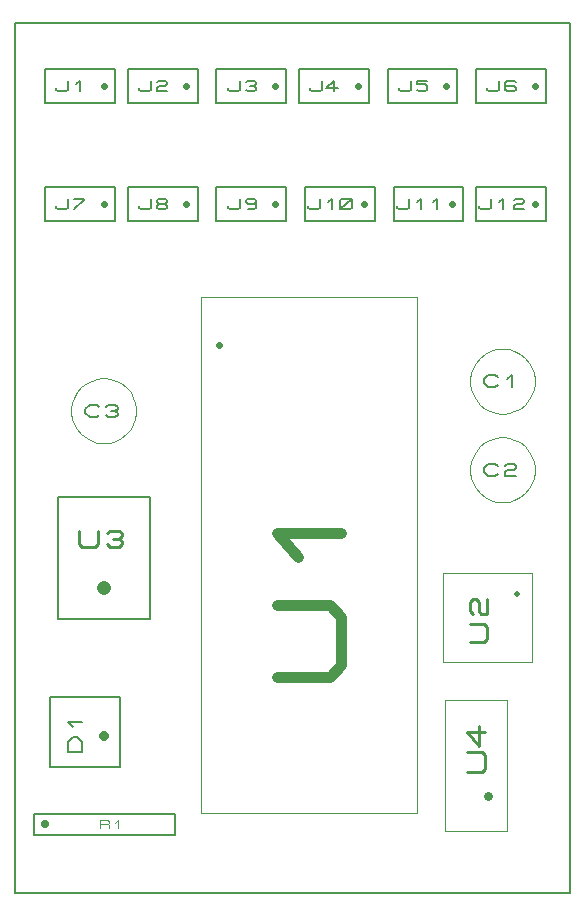
<source format=gbr>
G04 PROTEUS RS274X GERBER FILE*
%FSLAX45Y45*%
%MOMM*%
G01*
%ADD41C,0.050000*%
%ADD42C,0.604000*%
%ADD43C,0.903560*%
%ADD72C,0.152400*%
%ADD44C,0.558800*%
%ADD25C,0.203200*%
%ADD45C,1.219200*%
%ADD46C,0.229610*%
%ADD47C,0.711200*%
%ADD48C,0.110230*%
%ADD49C,0.174660*%
%ADD50C,0.523240*%
%ADD51C,0.235150*%
%ADD52C,0.776000*%
%ADD53C,0.249790*%
%ADD54C,0.812800*%
%ADD55C,0.190500*%
D41*
X+6574000Y+7712000D02*
X+8402000Y+7712000D01*
X+8402000Y+3344000D01*
X+6574000Y+3344000D01*
X+6574000Y+7712000D01*
D42*
X+6726000Y+7306000D02*
X+6726000Y+7306000D01*
D43*
X+7216930Y+4495442D02*
X+7668713Y+4495442D01*
X+7759069Y+4597093D01*
X+7759069Y+5003697D01*
X+7668713Y+5105348D01*
X+7216930Y+5105348D01*
X+7397643Y+5511952D02*
X+7216930Y+5715254D01*
X+7759069Y+5715254D01*
D72*
X+5254750Y+9644780D02*
X+5254750Y+9355220D01*
X+5845250Y+9355220D01*
X+5845250Y+9644780D01*
X+5254750Y+9644780D01*
X+5254750Y+9355220D01*
X+5845250Y+9355220D01*
X+5845250Y+9644780D01*
X+5254750Y+9644780D01*
D44*
X+5750000Y+9500000D02*
X+5750000Y+9500000D01*
D72*
X+5348213Y+9484846D02*
X+5348213Y+9469692D01*
X+5365260Y+9454539D01*
X+5433451Y+9454539D01*
X+5450499Y+9469692D01*
X+5450499Y+9545460D01*
X+5518690Y+9515153D02*
X+5552786Y+9545460D01*
X+5552786Y+9454539D01*
X+5954750Y+9644780D02*
X+5954750Y+9355220D01*
X+6545250Y+9355220D01*
X+6545250Y+9644780D01*
X+5954750Y+9644780D01*
X+5954750Y+9355220D01*
X+6545250Y+9355220D01*
X+6545250Y+9644780D01*
X+5954750Y+9644780D01*
D44*
X+6450000Y+9500000D02*
X+6450000Y+9500000D01*
D72*
X+6048213Y+9484846D02*
X+6048213Y+9469692D01*
X+6065260Y+9454539D01*
X+6133451Y+9454539D01*
X+6150499Y+9469692D01*
X+6150499Y+9545460D01*
X+6201642Y+9530307D02*
X+6218690Y+9545460D01*
X+6269833Y+9545460D01*
X+6286881Y+9530307D01*
X+6286881Y+9515153D01*
X+6269833Y+9500000D01*
X+6218690Y+9500000D01*
X+6201642Y+9484846D01*
X+6201642Y+9454539D01*
X+6286881Y+9454539D01*
X+6704750Y+9644780D02*
X+6704750Y+9355220D01*
X+7295250Y+9355220D01*
X+7295250Y+9644780D01*
X+6704750Y+9644780D01*
X+6704750Y+9355220D01*
X+7295250Y+9355220D01*
X+7295250Y+9644780D01*
X+6704750Y+9644780D01*
D44*
X+7200000Y+9500000D02*
X+7200000Y+9500000D01*
D72*
X+6798213Y+9484846D02*
X+6798213Y+9469692D01*
X+6815260Y+9454539D01*
X+6883451Y+9454539D01*
X+6900499Y+9469692D01*
X+6900499Y+9545460D01*
X+6951642Y+9530307D02*
X+6968690Y+9545460D01*
X+7019833Y+9545460D01*
X+7036881Y+9530307D01*
X+7036881Y+9515153D01*
X+7019833Y+9500000D01*
X+7036881Y+9484846D01*
X+7036881Y+9469692D01*
X+7019833Y+9454539D01*
X+6968690Y+9454539D01*
X+6951642Y+9469692D01*
X+6985738Y+9500000D02*
X+7019833Y+9500000D01*
X+7404750Y+9644780D02*
X+7404750Y+9355220D01*
X+7995250Y+9355220D01*
X+7995250Y+9644780D01*
X+7404750Y+9644780D01*
X+7404750Y+9355220D01*
X+7995250Y+9355220D01*
X+7995250Y+9644780D01*
X+7404750Y+9644780D01*
D44*
X+7900000Y+9500000D02*
X+7900000Y+9500000D01*
D72*
X+7498213Y+9484846D02*
X+7498213Y+9469692D01*
X+7515260Y+9454539D01*
X+7583451Y+9454539D01*
X+7600499Y+9469692D01*
X+7600499Y+9545460D01*
X+7736881Y+9484846D02*
X+7634595Y+9484846D01*
X+7702786Y+9545460D01*
X+7702786Y+9454539D01*
X+8154750Y+9644780D02*
X+8154750Y+9355220D01*
X+8745250Y+9355220D01*
X+8745250Y+9644780D01*
X+8154750Y+9644780D01*
X+8154750Y+9355220D01*
X+8745250Y+9355220D01*
X+8745250Y+9644780D01*
X+8154750Y+9644780D01*
D44*
X+8650000Y+9500000D02*
X+8650000Y+9500000D01*
D72*
X+8248213Y+9484846D02*
X+8248213Y+9469692D01*
X+8265260Y+9454539D01*
X+8333451Y+9454539D01*
X+8350499Y+9469692D01*
X+8350499Y+9545460D01*
X+8486881Y+9545460D02*
X+8401642Y+9545460D01*
X+8401642Y+9515153D01*
X+8469833Y+9515153D01*
X+8486881Y+9500000D01*
X+8486881Y+9469692D01*
X+8469833Y+9454539D01*
X+8418690Y+9454539D01*
X+8401642Y+9469692D01*
X+8904750Y+9644780D02*
X+8904750Y+9355220D01*
X+9495250Y+9355220D01*
X+9495250Y+9644780D01*
X+8904750Y+9644780D01*
X+8904750Y+9355220D01*
X+9495250Y+9355220D01*
X+9495250Y+9644780D01*
X+8904750Y+9644780D01*
D44*
X+9400000Y+9500000D02*
X+9400000Y+9500000D01*
D72*
X+8998213Y+9484846D02*
X+8998213Y+9469692D01*
X+9015260Y+9454539D01*
X+9083451Y+9454539D01*
X+9100499Y+9469692D01*
X+9100499Y+9545460D01*
X+9236881Y+9530307D02*
X+9219833Y+9545460D01*
X+9168690Y+9545460D01*
X+9151642Y+9530307D01*
X+9151642Y+9469692D01*
X+9168690Y+9454539D01*
X+9219833Y+9454539D01*
X+9236881Y+9469692D01*
X+9236881Y+9484846D01*
X+9219833Y+9500000D01*
X+9151642Y+9500000D01*
X+5254750Y+8644780D02*
X+5254750Y+8355220D01*
X+5845250Y+8355220D01*
X+5845250Y+8644780D01*
X+5254750Y+8644780D01*
X+5254750Y+8355220D01*
X+5845250Y+8355220D01*
X+5845250Y+8644780D01*
X+5254750Y+8644780D01*
D44*
X+5750000Y+8500000D02*
X+5750000Y+8500000D01*
D72*
X+5348213Y+8484846D02*
X+5348213Y+8469692D01*
X+5365260Y+8454539D01*
X+5433451Y+8454539D01*
X+5450499Y+8469692D01*
X+5450499Y+8545460D01*
X+5501642Y+8545460D02*
X+5586881Y+8545460D01*
X+5586881Y+8530307D01*
X+5501642Y+8454539D01*
X+5954750Y+8644780D02*
X+5954750Y+8355220D01*
X+6545250Y+8355220D01*
X+6545250Y+8644780D01*
X+5954750Y+8644780D01*
X+5954750Y+8355220D01*
X+6545250Y+8355220D01*
X+6545250Y+8644780D01*
X+5954750Y+8644780D01*
D44*
X+6450000Y+8500000D02*
X+6450000Y+8500000D01*
D72*
X+6048213Y+8484846D02*
X+6048213Y+8469692D01*
X+6065260Y+8454539D01*
X+6133451Y+8454539D01*
X+6150499Y+8469692D01*
X+6150499Y+8545460D01*
X+6218690Y+8500000D02*
X+6201642Y+8515153D01*
X+6201642Y+8530307D01*
X+6218690Y+8545460D01*
X+6269833Y+8545460D01*
X+6286881Y+8530307D01*
X+6286881Y+8515153D01*
X+6269833Y+8500000D01*
X+6218690Y+8500000D01*
X+6201642Y+8484846D01*
X+6201642Y+8469692D01*
X+6218690Y+8454539D01*
X+6269833Y+8454539D01*
X+6286881Y+8469692D01*
X+6286881Y+8484846D01*
X+6269833Y+8500000D01*
X+6704750Y+8644780D02*
X+6704750Y+8355220D01*
X+7295250Y+8355220D01*
X+7295250Y+8644780D01*
X+6704750Y+8644780D01*
X+6704750Y+8355220D01*
X+7295250Y+8355220D01*
X+7295250Y+8644780D01*
X+6704750Y+8644780D01*
D44*
X+7200000Y+8500000D02*
X+7200000Y+8500000D01*
D72*
X+6798213Y+8484846D02*
X+6798213Y+8469692D01*
X+6815260Y+8454539D01*
X+6883451Y+8454539D01*
X+6900499Y+8469692D01*
X+6900499Y+8545460D01*
X+7036881Y+8515153D02*
X+7019833Y+8500000D01*
X+6968690Y+8500000D01*
X+6951642Y+8515153D01*
X+6951642Y+8530307D01*
X+6968690Y+8545460D01*
X+7019833Y+8545460D01*
X+7036881Y+8530307D01*
X+7036881Y+8469692D01*
X+7019833Y+8454539D01*
X+6968690Y+8454539D01*
X+7454750Y+8644780D02*
X+7454750Y+8355220D01*
X+8045250Y+8355220D01*
X+8045250Y+8644780D01*
X+7454750Y+8644780D01*
X+7454750Y+8355220D01*
X+8045250Y+8355220D01*
X+8045250Y+8644780D01*
X+7454750Y+8644780D01*
D44*
X+7950000Y+8500000D02*
X+7950000Y+8500000D01*
D72*
X+7480022Y+8484846D02*
X+7480022Y+8469692D01*
X+7497069Y+8454539D01*
X+7565260Y+8454539D01*
X+7582308Y+8469692D01*
X+7582308Y+8545460D01*
X+7650499Y+8515153D02*
X+7684595Y+8545460D01*
X+7684595Y+8454539D01*
X+7752786Y+8469692D02*
X+7752786Y+8530307D01*
X+7769833Y+8545460D01*
X+7838024Y+8545460D01*
X+7855072Y+8530307D01*
X+7855072Y+8469692D01*
X+7838024Y+8454539D01*
X+7769833Y+8454539D01*
X+7752786Y+8469692D01*
X+7752786Y+8454539D02*
X+7855072Y+8545460D01*
X+8204750Y+8644780D02*
X+8204750Y+8355220D01*
X+8795250Y+8355220D01*
X+8795250Y+8644780D01*
X+8204750Y+8644780D01*
X+8204750Y+8355220D01*
X+8795250Y+8355220D01*
X+8795250Y+8644780D01*
X+8204750Y+8644780D01*
D44*
X+8700000Y+8500000D02*
X+8700000Y+8500000D01*
D72*
X+8230022Y+8484846D02*
X+8230022Y+8469692D01*
X+8247069Y+8454539D01*
X+8315260Y+8454539D01*
X+8332308Y+8469692D01*
X+8332308Y+8545460D01*
X+8400499Y+8515153D02*
X+8434595Y+8545460D01*
X+8434595Y+8454539D01*
X+8536881Y+8515153D02*
X+8570977Y+8545460D01*
X+8570977Y+8454539D01*
X+8904750Y+8644780D02*
X+8904750Y+8355220D01*
X+9495250Y+8355220D01*
X+9495250Y+8644780D01*
X+8904750Y+8644780D01*
X+8904750Y+8355220D01*
X+9495250Y+8355220D01*
X+9495250Y+8644780D01*
X+8904750Y+8644780D01*
D44*
X+9400000Y+8500000D02*
X+9400000Y+8500000D01*
D72*
X+8930022Y+8484846D02*
X+8930022Y+8469692D01*
X+8947069Y+8454539D01*
X+9015260Y+8454539D01*
X+9032308Y+8469692D01*
X+9032308Y+8545460D01*
X+9100499Y+8515153D02*
X+9134595Y+8545460D01*
X+9134595Y+8454539D01*
X+9219833Y+8530307D02*
X+9236881Y+8545460D01*
X+9288024Y+8545460D01*
X+9305072Y+8530307D01*
X+9305072Y+8515153D01*
X+9288024Y+8500000D01*
X+9236881Y+8500000D01*
X+9219833Y+8484846D01*
X+9219833Y+8454539D01*
X+9305072Y+8454539D01*
D25*
X+5358840Y+4985840D02*
X+6141160Y+4985840D01*
X+6141160Y+6022160D01*
X+5358840Y+6022160D01*
X+5358840Y+4985840D01*
D45*
X+5750000Y+5250000D02*
X+5750000Y+5250000D01*
D46*
X+5543346Y+5735444D02*
X+5543346Y+5620636D01*
X+5569177Y+5597675D01*
X+5672504Y+5597675D01*
X+5698336Y+5620636D01*
X+5698336Y+5735444D01*
X+5775831Y+5712483D02*
X+5801663Y+5735444D01*
X+5879158Y+5735444D01*
X+5904990Y+5712483D01*
X+5904990Y+5689521D01*
X+5879158Y+5666560D01*
X+5904990Y+5643598D01*
X+5904990Y+5620636D01*
X+5879158Y+5597675D01*
X+5801663Y+5597675D01*
X+5775831Y+5620636D01*
X+5827495Y+5666560D02*
X+5879158Y+5666560D01*
D25*
X+5161100Y+3161100D02*
X+6354900Y+3161100D01*
X+6354900Y+3338900D01*
X+5161100Y+3338900D01*
X+5161100Y+3161100D01*
D47*
X+5250000Y+3250000D02*
X+5250000Y+3250000D01*
D48*
X+5721018Y+3216929D02*
X+5721018Y+3283070D01*
X+5783025Y+3283070D01*
X+5795427Y+3272047D01*
X+5795427Y+3261023D01*
X+5783025Y+3250000D01*
X+5721018Y+3250000D01*
X+5783025Y+3250000D02*
X+5795427Y+3238976D01*
X+5795427Y+3216929D01*
X+5845033Y+3261023D02*
X+5869836Y+3283070D01*
X+5869836Y+3216929D01*
D41*
X+9400000Y+7000000D02*
X+9399109Y+7022117D01*
X+9391875Y+7066353D01*
X+9376784Y+7110589D01*
X+9352276Y+7154825D01*
X+9314848Y+7198954D01*
X+9270612Y+7233286D01*
X+9226376Y+7255632D01*
X+9182140Y+7268998D01*
X+9137904Y+7274697D01*
X+9125000Y+7275000D01*
X+8850000Y+7000000D02*
X+8850891Y+7022117D01*
X+8858125Y+7066353D01*
X+8873216Y+7110589D01*
X+8897724Y+7154825D01*
X+8935152Y+7198954D01*
X+8979388Y+7233286D01*
X+9023624Y+7255632D01*
X+9067860Y+7268998D01*
X+9112096Y+7274697D01*
X+9125000Y+7275000D01*
X+8850000Y+7000000D02*
X+8850891Y+6977883D01*
X+8858125Y+6933647D01*
X+8873216Y+6889411D01*
X+8897724Y+6845175D01*
X+8935152Y+6801046D01*
X+8979388Y+6766714D01*
X+9023624Y+6744368D01*
X+9067860Y+6731002D01*
X+9112096Y+6725303D01*
X+9125000Y+6725000D01*
X+9400000Y+7000000D02*
X+9399109Y+6977883D01*
X+9391875Y+6933647D01*
X+9376784Y+6889411D01*
X+9352276Y+6845175D01*
X+9314848Y+6801046D01*
X+9270612Y+6766714D01*
X+9226376Y+6744368D01*
X+9182140Y+6731002D01*
X+9137904Y+6725303D01*
X+9125000Y+6725000D01*
D49*
X+9085699Y+6965066D02*
X+9066049Y+6947599D01*
X+9007098Y+6947599D01*
X+8967798Y+6982533D01*
X+8967798Y+7017467D01*
X+9007098Y+7052401D01*
X+9066049Y+7052401D01*
X+9085699Y+7034934D01*
X+9164300Y+7017467D02*
X+9203601Y+7052401D01*
X+9203601Y+6947599D01*
D41*
X+9400000Y+6250000D02*
X+9399109Y+6272117D01*
X+9391875Y+6316353D01*
X+9376784Y+6360589D01*
X+9352276Y+6404825D01*
X+9314848Y+6448954D01*
X+9270612Y+6483286D01*
X+9226376Y+6505632D01*
X+9182140Y+6518998D01*
X+9137904Y+6524697D01*
X+9125000Y+6525000D01*
X+8850000Y+6250000D02*
X+8850891Y+6272117D01*
X+8858125Y+6316353D01*
X+8873216Y+6360589D01*
X+8897724Y+6404825D01*
X+8935152Y+6448954D01*
X+8979388Y+6483286D01*
X+9023624Y+6505632D01*
X+9067860Y+6518998D01*
X+9112096Y+6524697D01*
X+9125000Y+6525000D01*
X+8850000Y+6250000D02*
X+8850891Y+6227883D01*
X+8858125Y+6183647D01*
X+8873216Y+6139411D01*
X+8897724Y+6095175D01*
X+8935152Y+6051046D01*
X+8979388Y+6016714D01*
X+9023624Y+5994368D01*
X+9067860Y+5981002D01*
X+9112096Y+5975303D01*
X+9125000Y+5975000D01*
X+9400000Y+6250000D02*
X+9399109Y+6227883D01*
X+9391875Y+6183647D01*
X+9376784Y+6139411D01*
X+9352276Y+6095175D01*
X+9314848Y+6051046D01*
X+9270612Y+6016714D01*
X+9226376Y+5994368D01*
X+9182140Y+5981002D01*
X+9137904Y+5975303D01*
X+9125000Y+5975000D01*
D49*
X+9085699Y+6215066D02*
X+9066049Y+6197599D01*
X+9007098Y+6197599D01*
X+8967798Y+6232533D01*
X+8967798Y+6267467D01*
X+9007098Y+6302401D01*
X+9066049Y+6302401D01*
X+9085699Y+6284934D01*
X+9144650Y+6284934D02*
X+9164300Y+6302401D01*
X+9223251Y+6302401D01*
X+9242901Y+6284934D01*
X+9242901Y+6267467D01*
X+9223251Y+6250000D01*
X+9164300Y+6250000D01*
X+9144650Y+6232533D01*
X+9144650Y+6197599D01*
X+9242901Y+6197599D01*
D41*
X+6025000Y+6750000D02*
X+6024109Y+6772117D01*
X+6016875Y+6816353D01*
X+6001784Y+6860589D01*
X+5977276Y+6904825D01*
X+5939848Y+6948954D01*
X+5895612Y+6983286D01*
X+5851376Y+7005632D01*
X+5807140Y+7018998D01*
X+5762904Y+7024697D01*
X+5750000Y+7025000D01*
X+5475000Y+6750000D02*
X+5475891Y+6772117D01*
X+5483125Y+6816353D01*
X+5498216Y+6860589D01*
X+5522724Y+6904825D01*
X+5560152Y+6948954D01*
X+5604388Y+6983286D01*
X+5648624Y+7005632D01*
X+5692860Y+7018998D01*
X+5737096Y+7024697D01*
X+5750000Y+7025000D01*
X+5475000Y+6750000D02*
X+5475891Y+6727883D01*
X+5483125Y+6683647D01*
X+5498216Y+6639411D01*
X+5522724Y+6595175D01*
X+5560152Y+6551046D01*
X+5604388Y+6516714D01*
X+5648624Y+6494368D01*
X+5692860Y+6481002D01*
X+5737096Y+6475303D01*
X+5750000Y+6475000D01*
X+6025000Y+6750000D02*
X+6024109Y+6727883D01*
X+6016875Y+6683647D01*
X+6001784Y+6639411D01*
X+5977276Y+6595175D01*
X+5939848Y+6551046D01*
X+5895612Y+6516714D01*
X+5851376Y+6494368D01*
X+5807140Y+6481002D01*
X+5762904Y+6475303D01*
X+5750000Y+6475000D01*
D49*
X+5710699Y+6715066D02*
X+5691049Y+6697599D01*
X+5632098Y+6697599D01*
X+5592798Y+6732533D01*
X+5592798Y+6767467D01*
X+5632098Y+6802401D01*
X+5691049Y+6802401D01*
X+5710699Y+6784934D01*
X+5769650Y+6784934D02*
X+5789300Y+6802401D01*
X+5848251Y+6802401D01*
X+5867901Y+6784934D01*
X+5867901Y+6767467D01*
X+5848251Y+6750000D01*
X+5867901Y+6732533D01*
X+5867901Y+6715066D01*
X+5848251Y+6697599D01*
X+5789300Y+6697599D01*
X+5769650Y+6715066D01*
X+5808950Y+6750000D02*
X+5848251Y+6750000D01*
D41*
X+9375000Y+5375000D02*
X+9375000Y+4625000D01*
X+8625000Y+4625000D01*
X+8625000Y+5375000D01*
X+9375000Y+5375000D01*
D50*
X+9250000Y+5200000D02*
X+9250000Y+5200000D01*
D51*
X+8852622Y+4788358D02*
X+8970201Y+4788358D01*
X+8993717Y+4814813D01*
X+8993717Y+4920634D01*
X+8970201Y+4947089D01*
X+8852622Y+4947089D01*
X+8876138Y+5026455D02*
X+8852622Y+5052910D01*
X+8852622Y+5132276D01*
X+8876138Y+5158731D01*
X+8899654Y+5158731D01*
X+8923169Y+5132276D01*
X+8923169Y+5052910D01*
X+8946685Y+5026455D01*
X+8993717Y+5026455D01*
X+8993717Y+5158731D01*
D41*
X+8642000Y+3194000D02*
X+9162000Y+3194000D01*
X+9162000Y+4298000D01*
X+8642000Y+4298000D01*
X+8642000Y+3194000D01*
D52*
X+9000000Y+3492000D02*
X+9000000Y+3492000D01*
D53*
X+8827062Y+3690837D02*
X+8951959Y+3690837D01*
X+8976938Y+3718938D01*
X+8976938Y+3831345D01*
X+8951959Y+3859446D01*
X+8827062Y+3859446D01*
X+8926979Y+4084259D02*
X+8926979Y+3915650D01*
X+8827062Y+4028056D01*
X+8976938Y+4028056D01*
D25*
X+5299340Y+3735840D02*
X+5891160Y+3735840D01*
X+5891160Y+4327660D01*
X+5299340Y+4327660D01*
X+5299340Y+3735840D01*
D54*
X+5754000Y+4000000D02*
X+5754000Y+4000000D01*
D55*
X+5563500Y+3860300D02*
X+5449200Y+3860300D01*
X+5449200Y+3946025D01*
X+5487300Y+3988887D01*
X+5525400Y+3988887D01*
X+5563500Y+3946025D01*
X+5563500Y+3860300D01*
X+5487300Y+4074612D02*
X+5449200Y+4117475D01*
X+5563500Y+4117475D01*
D25*
X+5000000Y+2667000D02*
X+9699000Y+2667000D01*
X+9699000Y+10033000D01*
X+5000000Y+10033000D01*
X+5000000Y+2667000D01*
M02*

</source>
